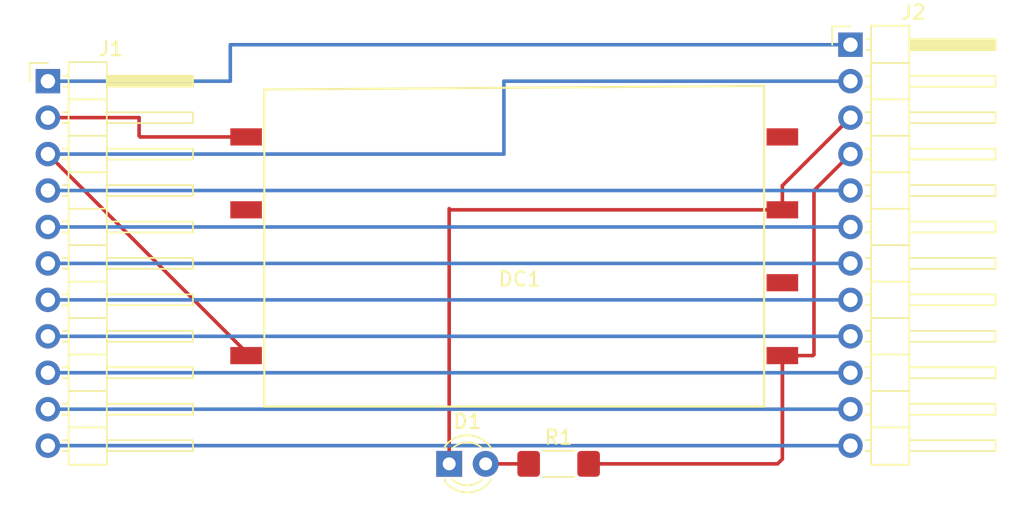
<source format=kicad_pcb>
(kicad_pcb (version 20171130) (host pcbnew "(5.0.2)-1")

  (general
    (thickness 1.6)
    (drawings 0)
    (tracks 35)
    (zones 0)
    (modules 5)
    (nets 18)
  )

  (page A4)
  (layers
    (0 F.Cu signal)
    (31 B.Cu signal)
    (32 B.Adhes user)
    (33 F.Adhes user)
    (34 B.Paste user)
    (35 F.Paste user)
    (36 B.SilkS user)
    (37 F.SilkS user)
    (38 B.Mask user)
    (39 F.Mask user)
    (40 Dwgs.User user)
    (41 Cmts.User user)
    (42 Eco1.User user)
    (43 Eco2.User user)
    (44 Edge.Cuts user)
    (45 Margin user)
    (46 B.CrtYd user)
    (47 F.CrtYd user)
    (48 B.Fab user)
    (49 F.Fab user)
  )

  (setup
    (last_trace_width 0.25)
    (trace_clearance 0.2)
    (zone_clearance 0.508)
    (zone_45_only no)
    (trace_min 0.2)
    (segment_width 0.2)
    (edge_width 0.15)
    (via_size 0.8)
    (via_drill 0.4)
    (via_min_size 0.4)
    (via_min_drill 0.3)
    (uvia_size 0.3)
    (uvia_drill 0.1)
    (uvias_allowed no)
    (uvia_min_size 0.2)
    (uvia_min_drill 0.1)
    (pcb_text_width 0.3)
    (pcb_text_size 1.5 1.5)
    (mod_edge_width 0.15)
    (mod_text_size 1 1)
    (mod_text_width 0.15)
    (pad_size 1.524 1.524)
    (pad_drill 0.762)
    (pad_to_mask_clearance 0.051)
    (solder_mask_min_width 0.25)
    (aux_axis_origin 0 0)
    (visible_elements 7FFFFFFF)
    (pcbplotparams
      (layerselection 0x010fc_ffffffff)
      (usegerberextensions false)
      (usegerberattributes false)
      (usegerberadvancedattributes false)
      (creategerberjobfile false)
      (excludeedgelayer true)
      (linewidth 0.100000)
      (plotframeref false)
      (viasonmask false)
      (mode 1)
      (useauxorigin false)
      (hpglpennumber 1)
      (hpglpenspeed 20)
      (hpglpendiameter 15.000000)
      (psnegative false)
      (psa4output false)
      (plotreference true)
      (plotvalue true)
      (plotinvisibletext false)
      (padsonsilk false)
      (subtractmaskfromsilk false)
      (outputformat 1)
      (mirror false)
      (drillshape 1)
      (scaleselection 1)
      (outputdirectory ""))
  )

  (net 0 "")
  (net 1 "Net-(D1-Pad2)")
  (net 2 "Net-(DC1-Pad1)")
  (net 3 "Net-(DC1-Pad2)")
  (net 4 "Net-(DC1-Pad7)")
  (net 5 "Net-(DC1-Pad4)")
  (net 6 "Net-(DC1-Pad6)")
  (net 7 "Net-(J1-Pad1)")
  (net 8 "Net-(J1-Pad4)")
  (net 9 "Net-(J1-Pad5)")
  (net 10 "Net-(J1-Pad6)")
  (net 11 "Net-(J1-Pad7)")
  (net 12 "Net-(J1-Pad8)")
  (net 13 "Net-(J1-Pad9)")
  (net 14 "Net-(J1-Pad10)")
  (net 15 "Net-(J1-Pad11)")
  (net 16 "Net-(D1-Pad1)")
  (net 17 "Net-(DC1-Pad3)")

  (net_class Default "This is the default net class."
    (clearance 0.2)
    (trace_width 0.25)
    (via_dia 0.8)
    (via_drill 0.4)
    (uvia_dia 0.3)
    (uvia_drill 0.1)
    (add_net "Net-(D1-Pad1)")
    (add_net "Net-(D1-Pad2)")
    (add_net "Net-(DC1-Pad1)")
    (add_net "Net-(DC1-Pad2)")
    (add_net "Net-(DC1-Pad3)")
    (add_net "Net-(DC1-Pad4)")
    (add_net "Net-(DC1-Pad6)")
    (add_net "Net-(DC1-Pad7)")
    (add_net "Net-(J1-Pad1)")
    (add_net "Net-(J1-Pad10)")
    (add_net "Net-(J1-Pad11)")
    (add_net "Net-(J1-Pad4)")
    (add_net "Net-(J1-Pad5)")
    (add_net "Net-(J1-Pad6)")
    (add_net "Net-(J1-Pad7)")
    (add_net "Net-(J1-Pad8)")
    (add_net "Net-(J1-Pad9)")
  )

  (module LED_THT:LED_D3.0mm (layer F.Cu) (tedit 587A3A7B) (tstamp 5C6C90F5)
    (at 129.54 105.41)
    (descr "LED, diameter 3.0mm, 2 pins")
    (tags "LED diameter 3.0mm 2 pins")
    (path /5C59FBDA)
    (fp_text reference D1 (at 1.27 -2.96) (layer F.SilkS)
      (effects (font (size 1 1) (thickness 0.15)))
    )
    (fp_text value LED (at 1.27 2.96) (layer F.Fab)
      (effects (font (size 1 1) (thickness 0.15)))
    )
    (fp_arc (start 1.27 0) (end -0.23 -1.16619) (angle 284.3) (layer F.Fab) (width 0.1))
    (fp_arc (start 1.27 0) (end -0.29 -1.235516) (angle 108.8) (layer F.SilkS) (width 0.12))
    (fp_arc (start 1.27 0) (end -0.29 1.235516) (angle -108.8) (layer F.SilkS) (width 0.12))
    (fp_arc (start 1.27 0) (end 0.229039 -1.08) (angle 87.9) (layer F.SilkS) (width 0.12))
    (fp_arc (start 1.27 0) (end 0.229039 1.08) (angle -87.9) (layer F.SilkS) (width 0.12))
    (fp_circle (center 1.27 0) (end 2.77 0) (layer F.Fab) (width 0.1))
    (fp_line (start -0.23 -1.16619) (end -0.23 1.16619) (layer F.Fab) (width 0.1))
    (fp_line (start -0.29 -1.236) (end -0.29 -1.08) (layer F.SilkS) (width 0.12))
    (fp_line (start -0.29 1.08) (end -0.29 1.236) (layer F.SilkS) (width 0.12))
    (fp_line (start -1.15 -2.25) (end -1.15 2.25) (layer F.CrtYd) (width 0.05))
    (fp_line (start -1.15 2.25) (end 3.7 2.25) (layer F.CrtYd) (width 0.05))
    (fp_line (start 3.7 2.25) (end 3.7 -2.25) (layer F.CrtYd) (width 0.05))
    (fp_line (start 3.7 -2.25) (end -1.15 -2.25) (layer F.CrtYd) (width 0.05))
    (pad 1 thru_hole rect (at 0 0) (size 1.8 1.8) (drill 0.9) (layers *.Cu *.Mask)
      (net 16 "Net-(D1-Pad1)"))
    (pad 2 thru_hole circle (at 2.54 0) (size 1.8 1.8) (drill 0.9) (layers *.Cu *.Mask)
      (net 1 "Net-(D1-Pad2)"))
    (model ${KISYS3DMOD}/LED_THT.3dshapes/LED_D3.0mm.wrl
      (at (xyz 0 0 0))
      (scale (xyz 1 1 1))
      (rotate (xyz 0 0 0))
    )
  )

  (module TR_Library:445-2487-ND (layer F.Cu) (tedit 5C6C9F58) (tstamp 5C6C9108)
    (at 116.416 101.675001)
    (path /5C59FA59)
    (fp_text reference DC1 (at 18.034 -9.144) (layer F.SilkS)
      (effects (font (size 1 1) (thickness 0.15)))
    )
    (fp_text value CC6-1205SR-E (at 18.034 -14.224) (layer F.Fab)
      (effects (font (size 1 1) (thickness 0.15)))
    )
    (fp_line (start 0.254 -22.352) (end 35.052 -22.606) (layer F.SilkS) (width 0.15))
    (fp_line (start 35.052 -22.606) (end 35.052 -0.254) (layer F.SilkS) (width 0.15))
    (fp_line (start 35.052 -0.254) (end 0.254 -0.254) (layer F.SilkS) (width 0.15))
    (fp_line (start 0.254 -0.254) (end 0.254 -22.352) (layer F.SilkS) (width 0.15))
    (fp_line (start 0 0) (end 0 -22.606) (layer F.CrtYd) (width 0.15))
    (fp_line (start 0 -22.606) (end 35.306 -22.86) (layer F.CrtYd) (width 0.15))
    (fp_line (start 35.306 -22.86) (end 35.306 0) (layer F.CrtYd) (width 0.15))
    (fp_line (start 35.306 0) (end 0 0) (layer F.CrtYd) (width 0.15))
    (pad 1 smd rect (at -1.016 -3.81) (size 2.2 1.2) (layers F.Cu F.Paste F.Mask)
      (net 2 "Net-(DC1-Pad1)"))
    (pad 2 smd rect (at -1.016 -13.97) (size 2.2 1.2) (layers F.Cu F.Paste F.Mask)
      (net 3 "Net-(DC1-Pad2)"))
    (pad 3 smd rect (at -1.016 -19.05) (size 2.2 1.2) (layers F.Cu F.Paste F.Mask)
      (net 17 "Net-(DC1-Pad3)"))
    (pad 7 smd rect (at 36.322 -3.81) (size 2.2 1.2) (layers F.Cu F.Paste F.Mask)
      (net 4 "Net-(DC1-Pad7)"))
    (pad 4 smd rect (at 36.322 -19.05) (size 2.2 1.2) (layers F.Cu F.Paste F.Mask)
      (net 5 "Net-(DC1-Pad4)"))
    (pad 5 smd rect (at 36.322 -13.97) (size 2.2 1.2) (layers F.Cu F.Paste F.Mask)
      (net 16 "Net-(D1-Pad1)"))
    (pad 6 smd rect (at 36.322 -8.89) (size 2.2 1.2) (layers F.Cu F.Paste F.Mask)
      (net 6 "Net-(DC1-Pad6)"))
  )

  (module Connector_PinHeader_2.54mm:PinHeader_1x11_P2.54mm_Horizontal (layer F.Cu) (tedit 59FED5CB) (tstamp 5C6C91B0)
    (at 101.6 78.74)
    (descr "Through hole angled pin header, 1x11, 2.54mm pitch, 6mm pin length, single row")
    (tags "Through hole angled pin header THT 1x11 2.54mm single row")
    (path /5C5A93DF)
    (fp_text reference J1 (at 4.385 -2.27) (layer F.SilkS)
      (effects (font (size 1 1) (thickness 0.15)))
    )
    (fp_text value Conn_01x11_Female (at 4.385 27.67) (layer F.Fab)
      (effects (font (size 1 1) (thickness 0.15)))
    )
    (fp_line (start 2.135 -1.27) (end 4.04 -1.27) (layer F.Fab) (width 0.1))
    (fp_line (start 4.04 -1.27) (end 4.04 26.67) (layer F.Fab) (width 0.1))
    (fp_line (start 4.04 26.67) (end 1.5 26.67) (layer F.Fab) (width 0.1))
    (fp_line (start 1.5 26.67) (end 1.5 -0.635) (layer F.Fab) (width 0.1))
    (fp_line (start 1.5 -0.635) (end 2.135 -1.27) (layer F.Fab) (width 0.1))
    (fp_line (start -0.32 -0.32) (end 1.5 -0.32) (layer F.Fab) (width 0.1))
    (fp_line (start -0.32 -0.32) (end -0.32 0.32) (layer F.Fab) (width 0.1))
    (fp_line (start -0.32 0.32) (end 1.5 0.32) (layer F.Fab) (width 0.1))
    (fp_line (start 4.04 -0.32) (end 10.04 -0.32) (layer F.Fab) (width 0.1))
    (fp_line (start 10.04 -0.32) (end 10.04 0.32) (layer F.Fab) (width 0.1))
    (fp_line (start 4.04 0.32) (end 10.04 0.32) (layer F.Fab) (width 0.1))
    (fp_line (start -0.32 2.22) (end 1.5 2.22) (layer F.Fab) (width 0.1))
    (fp_line (start -0.32 2.22) (end -0.32 2.86) (layer F.Fab) (width 0.1))
    (fp_line (start -0.32 2.86) (end 1.5 2.86) (layer F.Fab) (width 0.1))
    (fp_line (start 4.04 2.22) (end 10.04 2.22) (layer F.Fab) (width 0.1))
    (fp_line (start 10.04 2.22) (end 10.04 2.86) (layer F.Fab) (width 0.1))
    (fp_line (start 4.04 2.86) (end 10.04 2.86) (layer F.Fab) (width 0.1))
    (fp_line (start -0.32 4.76) (end 1.5 4.76) (layer F.Fab) (width 0.1))
    (fp_line (start -0.32 4.76) (end -0.32 5.4) (layer F.Fab) (width 0.1))
    (fp_line (start -0.32 5.4) (end 1.5 5.4) (layer F.Fab) (width 0.1))
    (fp_line (start 4.04 4.76) (end 10.04 4.76) (layer F.Fab) (width 0.1))
    (fp_line (start 10.04 4.76) (end 10.04 5.4) (layer F.Fab) (width 0.1))
    (fp_line (start 4.04 5.4) (end 10.04 5.4) (layer F.Fab) (width 0.1))
    (fp_line (start -0.32 7.3) (end 1.5 7.3) (layer F.Fab) (width 0.1))
    (fp_line (start -0.32 7.3) (end -0.32 7.94) (layer F.Fab) (width 0.1))
    (fp_line (start -0.32 7.94) (end 1.5 7.94) (layer F.Fab) (width 0.1))
    (fp_line (start 4.04 7.3) (end 10.04 7.3) (layer F.Fab) (width 0.1))
    (fp_line (start 10.04 7.3) (end 10.04 7.94) (layer F.Fab) (width 0.1))
    (fp_line (start 4.04 7.94) (end 10.04 7.94) (layer F.Fab) (width 0.1))
    (fp_line (start -0.32 9.84) (end 1.5 9.84) (layer F.Fab) (width 0.1))
    (fp_line (start -0.32 9.84) (end -0.32 10.48) (layer F.Fab) (width 0.1))
    (fp_line (start -0.32 10.48) (end 1.5 10.48) (layer F.Fab) (width 0.1))
    (fp_line (start 4.04 9.84) (end 10.04 9.84) (layer F.Fab) (width 0.1))
    (fp_line (start 10.04 9.84) (end 10.04 10.48) (layer F.Fab) (width 0.1))
    (fp_line (start 4.04 10.48) (end 10.04 10.48) (layer F.Fab) (width 0.1))
    (fp_line (start -0.32 12.38) (end 1.5 12.38) (layer F.Fab) (width 0.1))
    (fp_line (start -0.32 12.38) (end -0.32 13.02) (layer F.Fab) (width 0.1))
    (fp_line (start -0.32 13.02) (end 1.5 13.02) (layer F.Fab) (width 0.1))
    (fp_line (start 4.04 12.38) (end 10.04 12.38) (layer F.Fab) (width 0.1))
    (fp_line (start 10.04 12.38) (end 10.04 13.02) (layer F.Fab) (width 0.1))
    (fp_line (start 4.04 13.02) (end 10.04 13.02) (layer F.Fab) (width 0.1))
    (fp_line (start -0.32 14.92) (end 1.5 14.92) (layer F.Fab) (width 0.1))
    (fp_line (start -0.32 14.92) (end -0.32 15.56) (layer F.Fab) (width 0.1))
    (fp_line (start -0.32 15.56) (end 1.5 15.56) (layer F.Fab) (width 0.1))
    (fp_line (start 4.04 14.92) (end 10.04 14.92) (layer F.Fab) (width 0.1))
    (fp_line (start 10.04 14.92) (end 10.04 15.56) (layer F.Fab) (width 0.1))
    (fp_line (start 4.04 15.56) (end 10.04 15.56) (layer F.Fab) (width 0.1))
    (fp_line (start -0.32 17.46) (end 1.5 17.46) (layer F.Fab) (width 0.1))
    (fp_line (start -0.32 17.46) (end -0.32 18.1) (layer F.Fab) (width 0.1))
    (fp_line (start -0.32 18.1) (end 1.5 18.1) (layer F.Fab) (width 0.1))
    (fp_line (start 4.04 17.46) (end 10.04 17.46) (layer F.Fab) (width 0.1))
    (fp_line (start 10.04 17.46) (end 10.04 18.1) (layer F.Fab) (width 0.1))
    (fp_line (start 4.04 18.1) (end 10.04 18.1) (layer F.Fab) (width 0.1))
    (fp_line (start -0.32 20) (end 1.5 20) (layer F.Fab) (width 0.1))
    (fp_line (start -0.32 20) (end -0.32 20.64) (layer F.Fab) (width 0.1))
    (fp_line (start -0.32 20.64) (end 1.5 20.64) (layer F.Fab) (width 0.1))
    (fp_line (start 4.04 20) (end 10.04 20) (layer F.Fab) (width 0.1))
    (fp_line (start 10.04 20) (end 10.04 20.64) (layer F.Fab) (width 0.1))
    (fp_line (start 4.04 20.64) (end 10.04 20.64) (layer F.Fab) (width 0.1))
    (fp_line (start -0.32 22.54) (end 1.5 22.54) (layer F.Fab) (width 0.1))
    (fp_line (start -0.32 22.54) (end -0.32 23.18) (layer F.Fab) (width 0.1))
    (fp_line (start -0.32 23.18) (end 1.5 23.18) (layer F.Fab) (width 0.1))
    (fp_line (start 4.04 22.54) (end 10.04 22.54) (layer F.Fab) (width 0.1))
    (fp_line (start 10.04 22.54) (end 10.04 23.18) (layer F.Fab) (width 0.1))
    (fp_line (start 4.04 23.18) (end 10.04 23.18) (layer F.Fab) (width 0.1))
    (fp_line (start -0.32 25.08) (end 1.5 25.08) (layer F.Fab) (width 0.1))
    (fp_line (start -0.32 25.08) (end -0.32 25.72) (layer F.Fab) (width 0.1))
    (fp_line (start -0.32 25.72) (end 1.5 25.72) (layer F.Fab) (width 0.1))
    (fp_line (start 4.04 25.08) (end 10.04 25.08) (layer F.Fab) (width 0.1))
    (fp_line (start 10.04 25.08) (end 10.04 25.72) (layer F.Fab) (width 0.1))
    (fp_line (start 4.04 25.72) (end 10.04 25.72) (layer F.Fab) (width 0.1))
    (fp_line (start 1.44 -1.33) (end 1.44 26.73) (layer F.SilkS) (width 0.12))
    (fp_line (start 1.44 26.73) (end 4.1 26.73) (layer F.SilkS) (width 0.12))
    (fp_line (start 4.1 26.73) (end 4.1 -1.33) (layer F.SilkS) (width 0.12))
    (fp_line (start 4.1 -1.33) (end 1.44 -1.33) (layer F.SilkS) (width 0.12))
    (fp_line (start 4.1 -0.38) (end 10.1 -0.38) (layer F.SilkS) (width 0.12))
    (fp_line (start 10.1 -0.38) (end 10.1 0.38) (layer F.SilkS) (width 0.12))
    (fp_line (start 10.1 0.38) (end 4.1 0.38) (layer F.SilkS) (width 0.12))
    (fp_line (start 4.1 -0.32) (end 10.1 -0.32) (layer F.SilkS) (width 0.12))
    (fp_line (start 4.1 -0.2) (end 10.1 -0.2) (layer F.SilkS) (width 0.12))
    (fp_line (start 4.1 -0.08) (end 10.1 -0.08) (layer F.SilkS) (width 0.12))
    (fp_line (start 4.1 0.04) (end 10.1 0.04) (layer F.SilkS) (width 0.12))
    (fp_line (start 4.1 0.16) (end 10.1 0.16) (layer F.SilkS) (width 0.12))
    (fp_line (start 4.1 0.28) (end 10.1 0.28) (layer F.SilkS) (width 0.12))
    (fp_line (start 1.11 -0.38) (end 1.44 -0.38) (layer F.SilkS) (width 0.12))
    (fp_line (start 1.11 0.38) (end 1.44 0.38) (layer F.SilkS) (width 0.12))
    (fp_line (start 1.44 1.27) (end 4.1 1.27) (layer F.SilkS) (width 0.12))
    (fp_line (start 4.1 2.16) (end 10.1 2.16) (layer F.SilkS) (width 0.12))
    (fp_line (start 10.1 2.16) (end 10.1 2.92) (layer F.SilkS) (width 0.12))
    (fp_line (start 10.1 2.92) (end 4.1 2.92) (layer F.SilkS) (width 0.12))
    (fp_line (start 1.042929 2.16) (end 1.44 2.16) (layer F.SilkS) (width 0.12))
    (fp_line (start 1.042929 2.92) (end 1.44 2.92) (layer F.SilkS) (width 0.12))
    (fp_line (start 1.44 3.81) (end 4.1 3.81) (layer F.SilkS) (width 0.12))
    (fp_line (start 4.1 4.7) (end 10.1 4.7) (layer F.SilkS) (width 0.12))
    (fp_line (start 10.1 4.7) (end 10.1 5.46) (layer F.SilkS) (width 0.12))
    (fp_line (start 10.1 5.46) (end 4.1 5.46) (layer F.SilkS) (width 0.12))
    (fp_line (start 1.042929 4.7) (end 1.44 4.7) (layer F.SilkS) (width 0.12))
    (fp_line (start 1.042929 5.46) (end 1.44 5.46) (layer F.SilkS) (width 0.12))
    (fp_line (start 1.44 6.35) (end 4.1 6.35) (layer F.SilkS) (width 0.12))
    (fp_line (start 4.1 7.24) (end 10.1 7.24) (layer F.SilkS) (width 0.12))
    (fp_line (start 10.1 7.24) (end 10.1 8) (layer F.SilkS) (width 0.12))
    (fp_line (start 10.1 8) (end 4.1 8) (layer F.SilkS) (width 0.12))
    (fp_line (start 1.042929 7.24) (end 1.44 7.24) (layer F.SilkS) (width 0.12))
    (fp_line (start 1.042929 8) (end 1.44 8) (layer F.SilkS) (width 0.12))
    (fp_line (start 1.44 8.89) (end 4.1 8.89) (layer F.SilkS) (width 0.12))
    (fp_line (start 4.1 9.78) (end 10.1 9.78) (layer F.SilkS) (width 0.12))
    (fp_line (start 10.1 9.78) (end 10.1 10.54) (layer F.SilkS) (width 0.12))
    (fp_line (start 10.1 10.54) (end 4.1 10.54) (layer F.SilkS) (width 0.12))
    (fp_line (start 1.042929 9.78) (end 1.44 9.78) (layer F.SilkS) (width 0.12))
    (fp_line (start 1.042929 10.54) (end 1.44 10.54) (layer F.SilkS) (width 0.12))
    (fp_line (start 1.44 11.43) (end 4.1 11.43) (layer F.SilkS) (width 0.12))
    (fp_line (start 4.1 12.32) (end 10.1 12.32) (layer F.SilkS) (width 0.12))
    (fp_line (start 10.1 12.32) (end 10.1 13.08) (layer F.SilkS) (width 0.12))
    (fp_line (start 10.1 13.08) (end 4.1 13.08) (layer F.SilkS) (width 0.12))
    (fp_line (start 1.042929 12.32) (end 1.44 12.32) (layer F.SilkS) (width 0.12))
    (fp_line (start 1.042929 13.08) (end 1.44 13.08) (layer F.SilkS) (width 0.12))
    (fp_line (start 1.44 13.97) (end 4.1 13.97) (layer F.SilkS) (width 0.12))
    (fp_line (start 4.1 14.86) (end 10.1 14.86) (layer F.SilkS) (width 0.12))
    (fp_line (start 10.1 14.86) (end 10.1 15.62) (layer F.SilkS) (width 0.12))
    (fp_line (start 10.1 15.62) (end 4.1 15.62) (layer F.SilkS) (width 0.12))
    (fp_line (start 1.042929 14.86) (end 1.44 14.86) (layer F.SilkS) (width 0.12))
    (fp_line (start 1.042929 15.62) (end 1.44 15.62) (layer F.SilkS) (width 0.12))
    (fp_line (start 1.44 16.51) (end 4.1 16.51) (layer F.SilkS) (width 0.12))
    (fp_line (start 4.1 17.4) (end 10.1 17.4) (layer F.SilkS) (width 0.12))
    (fp_line (start 10.1 17.4) (end 10.1 18.16) (layer F.SilkS) (width 0.12))
    (fp_line (start 10.1 18.16) (end 4.1 18.16) (layer F.SilkS) (width 0.12))
    (fp_line (start 1.042929 17.4) (end 1.44 17.4) (layer F.SilkS) (width 0.12))
    (fp_line (start 1.042929 18.16) (end 1.44 18.16) (layer F.SilkS) (width 0.12))
    (fp_line (start 1.44 19.05) (end 4.1 19.05) (layer F.SilkS) (width 0.12))
    (fp_line (start 4.1 19.94) (end 10.1 19.94) (layer F.SilkS) (width 0.12))
    (fp_line (start 10.1 19.94) (end 10.1 20.7) (layer F.SilkS) (width 0.12))
    (fp_line (start 10.1 20.7) (end 4.1 20.7) (layer F.SilkS) (width 0.12))
    (fp_line (start 1.042929 19.94) (end 1.44 19.94) (layer F.SilkS) (width 0.12))
    (fp_line (start 1.042929 20.7) (end 1.44 20.7) (layer F.SilkS) (width 0.12))
    (fp_line (start 1.44 21.59) (end 4.1 21.59) (layer F.SilkS) (width 0.12))
    (fp_line (start 4.1 22.48) (end 10.1 22.48) (layer F.SilkS) (width 0.12))
    (fp_line (start 10.1 22.48) (end 10.1 23.24) (layer F.SilkS) (width 0.12))
    (fp_line (start 10.1 23.24) (end 4.1 23.24) (layer F.SilkS) (width 0.12))
    (fp_line (start 1.042929 22.48) (end 1.44 22.48) (layer F.SilkS) (width 0.12))
    (fp_line (start 1.042929 23.24) (end 1.44 23.24) (layer F.SilkS) (width 0.12))
    (fp_line (start 1.44 24.13) (end 4.1 24.13) (layer F.SilkS) (width 0.12))
    (fp_line (start 4.1 25.02) (end 10.1 25.02) (layer F.SilkS) (width 0.12))
    (fp_line (start 10.1 25.02) (end 10.1 25.78) (layer F.SilkS) (width 0.12))
    (fp_line (start 10.1 25.78) (end 4.1 25.78) (layer F.SilkS) (width 0.12))
    (fp_line (start 1.042929 25.02) (end 1.44 25.02) (layer F.SilkS) (width 0.12))
    (fp_line (start 1.042929 25.78) (end 1.44 25.78) (layer F.SilkS) (width 0.12))
    (fp_line (start -1.27 0) (end -1.27 -1.27) (layer F.SilkS) (width 0.12))
    (fp_line (start -1.27 -1.27) (end 0 -1.27) (layer F.SilkS) (width 0.12))
    (fp_line (start -1.8 -1.8) (end -1.8 27.2) (layer F.CrtYd) (width 0.05))
    (fp_line (start -1.8 27.2) (end 10.55 27.2) (layer F.CrtYd) (width 0.05))
    (fp_line (start 10.55 27.2) (end 10.55 -1.8) (layer F.CrtYd) (width 0.05))
    (fp_line (start 10.55 -1.8) (end -1.8 -1.8) (layer F.CrtYd) (width 0.05))
    (fp_text user %R (at 2.77 12.7 90) (layer F.Fab)
      (effects (font (size 1 1) (thickness 0.15)))
    )
    (pad 1 thru_hole rect (at 0 0) (size 1.7 1.7) (drill 1) (layers *.Cu *.Mask)
      (net 7 "Net-(J1-Pad1)"))
    (pad 2 thru_hole oval (at 0 2.54) (size 1.7 1.7) (drill 1) (layers *.Cu *.Mask)
      (net 17 "Net-(DC1-Pad3)"))
    (pad 3 thru_hole oval (at 0 5.08) (size 1.7 1.7) (drill 1) (layers *.Cu *.Mask)
      (net 2 "Net-(DC1-Pad1)"))
    (pad 4 thru_hole oval (at 0 7.62) (size 1.7 1.7) (drill 1) (layers *.Cu *.Mask)
      (net 8 "Net-(J1-Pad4)"))
    (pad 5 thru_hole oval (at 0 10.16) (size 1.7 1.7) (drill 1) (layers *.Cu *.Mask)
      (net 9 "Net-(J1-Pad5)"))
    (pad 6 thru_hole oval (at 0 12.7) (size 1.7 1.7) (drill 1) (layers *.Cu *.Mask)
      (net 10 "Net-(J1-Pad6)"))
    (pad 7 thru_hole oval (at 0 15.24) (size 1.7 1.7) (drill 1) (layers *.Cu *.Mask)
      (net 11 "Net-(J1-Pad7)"))
    (pad 8 thru_hole oval (at 0 17.78) (size 1.7 1.7) (drill 1) (layers *.Cu *.Mask)
      (net 12 "Net-(J1-Pad8)"))
    (pad 9 thru_hole oval (at 0 20.32) (size 1.7 1.7) (drill 1) (layers *.Cu *.Mask)
      (net 13 "Net-(J1-Pad9)"))
    (pad 10 thru_hole oval (at 0 22.86) (size 1.7 1.7) (drill 1) (layers *.Cu *.Mask)
      (net 14 "Net-(J1-Pad10)"))
    (pad 11 thru_hole oval (at 0 25.4) (size 1.7 1.7) (drill 1) (layers *.Cu *.Mask)
      (net 15 "Net-(J1-Pad11)"))
    (model ${KISYS3DMOD}/Connector_PinHeader_2.54mm.3dshapes/PinHeader_1x11_P2.54mm_Horizontal.wrl
      (at (xyz 0 0 0))
      (scale (xyz 1 1 1))
      (rotate (xyz 0 0 0))
    )
  )

  (module Connector_PinHeader_2.54mm:PinHeader_1x12_P2.54mm_Horizontal (layer F.Cu) (tedit 59FED5CB) (tstamp 5C6C9265)
    (at 157.48 76.2)
    (descr "Through hole angled pin header, 1x12, 2.54mm pitch, 6mm pin length, single row")
    (tags "Through hole angled pin header THT 1x12 2.54mm single row")
    (path /5C5A2B2E)
    (fp_text reference J2 (at 4.385 -2.27) (layer F.SilkS)
      (effects (font (size 1 1) (thickness 0.15)))
    )
    (fp_text value Conn_01x12_Female (at 4.385 30.21) (layer F.Fab)
      (effects (font (size 1 1) (thickness 0.15)))
    )
    (fp_line (start 2.135 -1.27) (end 4.04 -1.27) (layer F.Fab) (width 0.1))
    (fp_line (start 4.04 -1.27) (end 4.04 29.21) (layer F.Fab) (width 0.1))
    (fp_line (start 4.04 29.21) (end 1.5 29.21) (layer F.Fab) (width 0.1))
    (fp_line (start 1.5 29.21) (end 1.5 -0.635) (layer F.Fab) (width 0.1))
    (fp_line (start 1.5 -0.635) (end 2.135 -1.27) (layer F.Fab) (width 0.1))
    (fp_line (start -0.32 -0.32) (end 1.5 -0.32) (layer F.Fab) (width 0.1))
    (fp_line (start -0.32 -0.32) (end -0.32 0.32) (layer F.Fab) (width 0.1))
    (fp_line (start -0.32 0.32) (end 1.5 0.32) (layer F.Fab) (width 0.1))
    (fp_line (start 4.04 -0.32) (end 10.04 -0.32) (layer F.Fab) (width 0.1))
    (fp_line (start 10.04 -0.32) (end 10.04 0.32) (layer F.Fab) (width 0.1))
    (fp_line (start 4.04 0.32) (end 10.04 0.32) (layer F.Fab) (width 0.1))
    (fp_line (start -0.32 2.22) (end 1.5 2.22) (layer F.Fab) (width 0.1))
    (fp_line (start -0.32 2.22) (end -0.32 2.86) (layer F.Fab) (width 0.1))
    (fp_line (start -0.32 2.86) (end 1.5 2.86) (layer F.Fab) (width 0.1))
    (fp_line (start 4.04 2.22) (end 10.04 2.22) (layer F.Fab) (width 0.1))
    (fp_line (start 10.04 2.22) (end 10.04 2.86) (layer F.Fab) (width 0.1))
    (fp_line (start 4.04 2.86) (end 10.04 2.86) (layer F.Fab) (width 0.1))
    (fp_line (start -0.32 4.76) (end 1.5 4.76) (layer F.Fab) (width 0.1))
    (fp_line (start -0.32 4.76) (end -0.32 5.4) (layer F.Fab) (width 0.1))
    (fp_line (start -0.32 5.4) (end 1.5 5.4) (layer F.Fab) (width 0.1))
    (fp_line (start 4.04 4.76) (end 10.04 4.76) (layer F.Fab) (width 0.1))
    (fp_line (start 10.04 4.76) (end 10.04 5.4) (layer F.Fab) (width 0.1))
    (fp_line (start 4.04 5.4) (end 10.04 5.4) (layer F.Fab) (width 0.1))
    (fp_line (start -0.32 7.3) (end 1.5 7.3) (layer F.Fab) (width 0.1))
    (fp_line (start -0.32 7.3) (end -0.32 7.94) (layer F.Fab) (width 0.1))
    (fp_line (start -0.32 7.94) (end 1.5 7.94) (layer F.Fab) (width 0.1))
    (fp_line (start 4.04 7.3) (end 10.04 7.3) (layer F.Fab) (width 0.1))
    (fp_line (start 10.04 7.3) (end 10.04 7.94) (layer F.Fab) (width 0.1))
    (fp_line (start 4.04 7.94) (end 10.04 7.94) (layer F.Fab) (width 0.1))
    (fp_line (start -0.32 9.84) (end 1.5 9.84) (layer F.Fab) (width 0.1))
    (fp_line (start -0.32 9.84) (end -0.32 10.48) (layer F.Fab) (width 0.1))
    (fp_line (start -0.32 10.48) (end 1.5 10.48) (layer F.Fab) (width 0.1))
    (fp_line (start 4.04 9.84) (end 10.04 9.84) (layer F.Fab) (width 0.1))
    (fp_line (start 10.04 9.84) (end 10.04 10.48) (layer F.Fab) (width 0.1))
    (fp_line (start 4.04 10.48) (end 10.04 10.48) (layer F.Fab) (width 0.1))
    (fp_line (start -0.32 12.38) (end 1.5 12.38) (layer F.Fab) (width 0.1))
    (fp_line (start -0.32 12.38) (end -0.32 13.02) (layer F.Fab) (width 0.1))
    (fp_line (start -0.32 13.02) (end 1.5 13.02) (layer F.Fab) (width 0.1))
    (fp_line (start 4.04 12.38) (end 10.04 12.38) (layer F.Fab) (width 0.1))
    (fp_line (start 10.04 12.38) (end 10.04 13.02) (layer F.Fab) (width 0.1))
    (fp_line (start 4.04 13.02) (end 10.04 13.02) (layer F.Fab) (width 0.1))
    (fp_line (start -0.32 14.92) (end 1.5 14.92) (layer F.Fab) (width 0.1))
    (fp_line (start -0.32 14.92) (end -0.32 15.56) (layer F.Fab) (width 0.1))
    (fp_line (start -0.32 15.56) (end 1.5 15.56) (layer F.Fab) (width 0.1))
    (fp_line (start 4.04 14.92) (end 10.04 14.92) (layer F.Fab) (width 0.1))
    (fp_line (start 10.04 14.92) (end 10.04 15.56) (layer F.Fab) (width 0.1))
    (fp_line (start 4.04 15.56) (end 10.04 15.56) (layer F.Fab) (width 0.1))
    (fp_line (start -0.32 17.46) (end 1.5 17.46) (layer F.Fab) (width 0.1))
    (fp_line (start -0.32 17.46) (end -0.32 18.1) (layer F.Fab) (width 0.1))
    (fp_line (start -0.32 18.1) (end 1.5 18.1) (layer F.Fab) (width 0.1))
    (fp_line (start 4.04 17.46) (end 10.04 17.46) (layer F.Fab) (width 0.1))
    (fp_line (start 10.04 17.46) (end 10.04 18.1) (layer F.Fab) (width 0.1))
    (fp_line (start 4.04 18.1) (end 10.04 18.1) (layer F.Fab) (width 0.1))
    (fp_line (start -0.32 20) (end 1.5 20) (layer F.Fab) (width 0.1))
    (fp_line (start -0.32 20) (end -0.32 20.64) (layer F.Fab) (width 0.1))
    (fp_line (start -0.32 20.64) (end 1.5 20.64) (layer F.Fab) (width 0.1))
    (fp_line (start 4.04 20) (end 10.04 20) (layer F.Fab) (width 0.1))
    (fp_line (start 10.04 20) (end 10.04 20.64) (layer F.Fab) (width 0.1))
    (fp_line (start 4.04 20.64) (end 10.04 20.64) (layer F.Fab) (width 0.1))
    (fp_line (start -0.32 22.54) (end 1.5 22.54) (layer F.Fab) (width 0.1))
    (fp_line (start -0.32 22.54) (end -0.32 23.18) (layer F.Fab) (width 0.1))
    (fp_line (start -0.32 23.18) (end 1.5 23.18) (layer F.Fab) (width 0.1))
    (fp_line (start 4.04 22.54) (end 10.04 22.54) (layer F.Fab) (width 0.1))
    (fp_line (start 10.04 22.54) (end 10.04 23.18) (layer F.Fab) (width 0.1))
    (fp_line (start 4.04 23.18) (end 10.04 23.18) (layer F.Fab) (width 0.1))
    (fp_line (start -0.32 25.08) (end 1.5 25.08) (layer F.Fab) (width 0.1))
    (fp_line (start -0.32 25.08) (end -0.32 25.72) (layer F.Fab) (width 0.1))
    (fp_line (start -0.32 25.72) (end 1.5 25.72) (layer F.Fab) (width 0.1))
    (fp_line (start 4.04 25.08) (end 10.04 25.08) (layer F.Fab) (width 0.1))
    (fp_line (start 10.04 25.08) (end 10.04 25.72) (layer F.Fab) (width 0.1))
    (fp_line (start 4.04 25.72) (end 10.04 25.72) (layer F.Fab) (width 0.1))
    (fp_line (start -0.32 27.62) (end 1.5 27.62) (layer F.Fab) (width 0.1))
    (fp_line (start -0.32 27.62) (end -0.32 28.26) (layer F.Fab) (width 0.1))
    (fp_line (start -0.32 28.26) (end 1.5 28.26) (layer F.Fab) (width 0.1))
    (fp_line (start 4.04 27.62) (end 10.04 27.62) (layer F.Fab) (width 0.1))
    (fp_line (start 10.04 27.62) (end 10.04 28.26) (layer F.Fab) (width 0.1))
    (fp_line (start 4.04 28.26) (end 10.04 28.26) (layer F.Fab) (width 0.1))
    (fp_line (start 1.44 -1.33) (end 1.44 29.27) (layer F.SilkS) (width 0.12))
    (fp_line (start 1.44 29.27) (end 4.1 29.27) (layer F.SilkS) (width 0.12))
    (fp_line (start 4.1 29.27) (end 4.1 -1.33) (layer F.SilkS) (width 0.12))
    (fp_line (start 4.1 -1.33) (end 1.44 -1.33) (layer F.SilkS) (width 0.12))
    (fp_line (start 4.1 -0.38) (end 10.1 -0.38) (layer F.SilkS) (width 0.12))
    (fp_line (start 10.1 -0.38) (end 10.1 0.38) (layer F.SilkS) (width 0.12))
    (fp_line (start 10.1 0.38) (end 4.1 0.38) (layer F.SilkS) (width 0.12))
    (fp_line (start 4.1 -0.32) (end 10.1 -0.32) (layer F.SilkS) (width 0.12))
    (fp_line (start 4.1 -0.2) (end 10.1 -0.2) (layer F.SilkS) (width 0.12))
    (fp_line (start 4.1 -0.08) (end 10.1 -0.08) (layer F.SilkS) (width 0.12))
    (fp_line (start 4.1 0.04) (end 10.1 0.04) (layer F.SilkS) (width 0.12))
    (fp_line (start 4.1 0.16) (end 10.1 0.16) (layer F.SilkS) (width 0.12))
    (fp_line (start 4.1 0.28) (end 10.1 0.28) (layer F.SilkS) (width 0.12))
    (fp_line (start 1.11 -0.38) (end 1.44 -0.38) (layer F.SilkS) (width 0.12))
    (fp_line (start 1.11 0.38) (end 1.44 0.38) (layer F.SilkS) (width 0.12))
    (fp_line (start 1.44 1.27) (end 4.1 1.27) (layer F.SilkS) (width 0.12))
    (fp_line (start 4.1 2.16) (end 10.1 2.16) (layer F.SilkS) (width 0.12))
    (fp_line (start 10.1 2.16) (end 10.1 2.92) (layer F.SilkS) (width 0.12))
    (fp_line (start 10.1 2.92) (end 4.1 2.92) (layer F.SilkS) (width 0.12))
    (fp_line (start 1.042929 2.16) (end 1.44 2.16) (layer F.SilkS) (width 0.12))
    (fp_line (start 1.042929 2.92) (end 1.44 2.92) (layer F.SilkS) (width 0.12))
    (fp_line (start 1.44 3.81) (end 4.1 3.81) (layer F.SilkS) (width 0.12))
    (fp_line (start 4.1 4.7) (end 10.1 4.7) (layer F.SilkS) (width 0.12))
    (fp_line (start 10.1 4.7) (end 10.1 5.46) (layer F.SilkS) (width 0.12))
    (fp_line (start 10.1 5.46) (end 4.1 5.46) (layer F.SilkS) (width 0.12))
    (fp_line (start 1.042929 4.7) (end 1.44 4.7) (layer F.SilkS) (width 0.12))
    (fp_line (start 1.042929 5.46) (end 1.44 5.46) (layer F.SilkS) (width 0.12))
    (fp_line (start 1.44 6.35) (end 4.1 6.35) (layer F.SilkS) (width 0.12))
    (fp_line (start 4.1 7.24) (end 10.1 7.24) (layer F.SilkS) (width 0.12))
    (fp_line (start 10.1 7.24) (end 10.1 8) (layer F.SilkS) (width 0.12))
    (fp_line (start 10.1 8) (end 4.1 8) (layer F.SilkS) (width 0.12))
    (fp_line (start 1.042929 7.24) (end 1.44 7.24) (layer F.SilkS) (width 0.12))
    (fp_line (start 1.042929 8) (end 1.44 8) (layer F.SilkS) (width 0.12))
    (fp_line (start 1.44 8.89) (end 4.1 8.89) (layer F.SilkS) (width 0.12))
    (fp_line (start 4.1 9.78) (end 10.1 9.78) (layer F.SilkS) (width 0.12))
    (fp_line (start 10.1 9.78) (end 10.1 10.54) (layer F.SilkS) (width 0.12))
    (fp_line (start 10.1 10.54) (end 4.1 10.54) (layer F.SilkS) (width 0.12))
    (fp_line (start 1.042929 9.78) (end 1.44 9.78) (layer F.SilkS) (width 0.12))
    (fp_line (start 1.042929 10.54) (end 1.44 10.54) (layer F.SilkS) (width 0.12))
    (fp_line (start 1.44 11.43) (end 4.1 11.43) (layer F.SilkS) (width 0.12))
    (fp_line (start 4.1 12.32) (end 10.1 12.32) (layer F.SilkS) (width 0.12))
    (fp_line (start 10.1 12.32) (end 10.1 13.08) (layer F.SilkS) (width 0.12))
    (fp_line (start 10.1 13.08) (end 4.1 13.08) (layer F.SilkS) (width 0.12))
    (fp_line (start 1.042929 12.32) (end 1.44 12.32) (layer F.SilkS) (width 0.12))
    (fp_line (start 1.042929 13.08) (end 1.44 13.08) (layer F.SilkS) (width 0.12))
    (fp_line (start 1.44 13.97) (end 4.1 13.97) (layer F.SilkS) (width 0.12))
    (fp_line (start 4.1 14.86) (end 10.1 14.86) (layer F.SilkS) (width 0.12))
    (fp_line (start 10.1 14.86) (end 10.1 15.62) (layer F.SilkS) (width 0.12))
    (fp_line (start 10.1 15.62) (end 4.1 15.62) (layer F.SilkS) (width 0.12))
    (fp_line (start 1.042929 14.86) (end 1.44 14.86) (layer F.SilkS) (width 0.12))
    (fp_line (start 1.042929 15.62) (end 1.44 15.62) (layer F.SilkS) (width 0.12))
    (fp_line (start 1.44 16.51) (end 4.1 16.51) (layer F.SilkS) (width 0.12))
    (fp_line (start 4.1 17.4) (end 10.1 17.4) (layer F.SilkS) (width 0.12))
    (fp_line (start 10.1 17.4) (end 10.1 18.16) (layer F.SilkS) (width 0.12))
    (fp_line (start 10.1 18.16) (end 4.1 18.16) (layer F.SilkS) (width 0.12))
    (fp_line (start 1.042929 17.4) (end 1.44 17.4) (layer F.SilkS) (width 0.12))
    (fp_line (start 1.042929 18.16) (end 1.44 18.16) (layer F.SilkS) (width 0.12))
    (fp_line (start 1.44 19.05) (end 4.1 19.05) (layer F.SilkS) (width 0.12))
    (fp_line (start 4.1 19.94) (end 10.1 19.94) (layer F.SilkS) (width 0.12))
    (fp_line (start 10.1 19.94) (end 10.1 20.7) (layer F.SilkS) (width 0.12))
    (fp_line (start 10.1 20.7) (end 4.1 20.7) (layer F.SilkS) (width 0.12))
    (fp_line (start 1.042929 19.94) (end 1.44 19.94) (layer F.SilkS) (width 0.12))
    (fp_line (start 1.042929 20.7) (end 1.44 20.7) (layer F.SilkS) (width 0.12))
    (fp_line (start 1.44 21.59) (end 4.1 21.59) (layer F.SilkS) (width 0.12))
    (fp_line (start 4.1 22.48) (end 10.1 22.48) (layer F.SilkS) (width 0.12))
    (fp_line (start 10.1 22.48) (end 10.1 23.24) (layer F.SilkS) (width 0.12))
    (fp_line (start 10.1 23.24) (end 4.1 23.24) (layer F.SilkS) (width 0.12))
    (fp_line (start 1.042929 22.48) (end 1.44 22.48) (layer F.SilkS) (width 0.12))
    (fp_line (start 1.042929 23.24) (end 1.44 23.24) (layer F.SilkS) (width 0.12))
    (fp_line (start 1.44 24.13) (end 4.1 24.13) (layer F.SilkS) (width 0.12))
    (fp_line (start 4.1 25.02) (end 10.1 25.02) (layer F.SilkS) (width 0.12))
    (fp_line (start 10.1 25.02) (end 10.1 25.78) (layer F.SilkS) (width 0.12))
    (fp_line (start 10.1 25.78) (end 4.1 25.78) (layer F.SilkS) (width 0.12))
    (fp_line (start 1.042929 25.02) (end 1.44 25.02) (layer F.SilkS) (width 0.12))
    (fp_line (start 1.042929 25.78) (end 1.44 25.78) (layer F.SilkS) (width 0.12))
    (fp_line (start 1.44 26.67) (end 4.1 26.67) (layer F.SilkS) (width 0.12))
    (fp_line (start 4.1 27.56) (end 10.1 27.56) (layer F.SilkS) (width 0.12))
    (fp_line (start 10.1 27.56) (end 10.1 28.32) (layer F.SilkS) (width 0.12))
    (fp_line (start 10.1 28.32) (end 4.1 28.32) (layer F.SilkS) (width 0.12))
    (fp_line (start 1.042929 27.56) (end 1.44 27.56) (layer F.SilkS) (width 0.12))
    (fp_line (start 1.042929 28.32) (end 1.44 28.32) (layer F.SilkS) (width 0.12))
    (fp_line (start -1.27 0) (end -1.27 -1.27) (layer F.SilkS) (width 0.12))
    (fp_line (start -1.27 -1.27) (end 0 -1.27) (layer F.SilkS) (width 0.12))
    (fp_line (start -1.8 -1.8) (end -1.8 29.75) (layer F.CrtYd) (width 0.05))
    (fp_line (start -1.8 29.75) (end 10.55 29.75) (layer F.CrtYd) (width 0.05))
    (fp_line (start 10.55 29.75) (end 10.55 -1.8) (layer F.CrtYd) (width 0.05))
    (fp_line (start 10.55 -1.8) (end -1.8 -1.8) (layer F.CrtYd) (width 0.05))
    (fp_text user %R (at 2.77 13.97 90) (layer F.Fab)
      (effects (font (size 1 1) (thickness 0.15)))
    )
    (pad 1 thru_hole rect (at 0 0) (size 1.7 1.7) (drill 1) (layers *.Cu *.Mask)
      (net 7 "Net-(J1-Pad1)"))
    (pad 2 thru_hole oval (at 0 2.54) (size 1.7 1.7) (drill 1) (layers *.Cu *.Mask)
      (net 2 "Net-(DC1-Pad1)"))
    (pad 3 thru_hole oval (at 0 5.08) (size 1.7 1.7) (drill 1) (layers *.Cu *.Mask)
      (net 16 "Net-(D1-Pad1)"))
    (pad 4 thru_hole oval (at 0 7.62) (size 1.7 1.7) (drill 1) (layers *.Cu *.Mask)
      (net 4 "Net-(DC1-Pad7)"))
    (pad 5 thru_hole oval (at 0 10.16) (size 1.7 1.7) (drill 1) (layers *.Cu *.Mask)
      (net 8 "Net-(J1-Pad4)"))
    (pad 6 thru_hole oval (at 0 12.7) (size 1.7 1.7) (drill 1) (layers *.Cu *.Mask)
      (net 9 "Net-(J1-Pad5)"))
    (pad 7 thru_hole oval (at 0 15.24) (size 1.7 1.7) (drill 1) (layers *.Cu *.Mask)
      (net 10 "Net-(J1-Pad6)"))
    (pad 8 thru_hole oval (at 0 17.78) (size 1.7 1.7) (drill 1) (layers *.Cu *.Mask)
      (net 11 "Net-(J1-Pad7)"))
    (pad 9 thru_hole oval (at 0 20.32) (size 1.7 1.7) (drill 1) (layers *.Cu *.Mask)
      (net 12 "Net-(J1-Pad8)"))
    (pad 10 thru_hole oval (at 0 22.86) (size 1.7 1.7) (drill 1) (layers *.Cu *.Mask)
      (net 13 "Net-(J1-Pad9)"))
    (pad 11 thru_hole oval (at 0 25.4) (size 1.7 1.7) (drill 1) (layers *.Cu *.Mask)
      (net 14 "Net-(J1-Pad10)"))
    (pad 12 thru_hole oval (at 0 27.94) (size 1.7 1.7) (drill 1) (layers *.Cu *.Mask)
      (net 15 "Net-(J1-Pad11)"))
    (model ${KISYS3DMOD}/Connector_PinHeader_2.54mm.3dshapes/PinHeader_1x12_P2.54mm_Horizontal.wrl
      (at (xyz 0 0 0))
      (scale (xyz 1 1 1))
      (rotate (xyz 0 0 0))
    )
  )

  (module Resistor_SMD:R_1806_4516Metric_Pad1.57x1.80mm_HandSolder (layer F.Cu) (tedit 5B301BBD) (tstamp 5C6C9276)
    (at 137.16 105.41)
    (descr "Resistor SMD 1806 (4516 Metric), square (rectangular) end terminal, IPC_7351 nominal with elongated pad for handsoldering. (Body size source: https://www.modelithics.com/models/Vendor/MuRata/BLM41P.pdf), generated with kicad-footprint-generator")
    (tags "resistor handsolder")
    (path /5C59FB1B)
    (attr smd)
    (fp_text reference R1 (at 0 -1.85) (layer F.SilkS)
      (effects (font (size 1 1) (thickness 0.15)))
    )
    (fp_text value R_US (at 0 1.85) (layer F.Fab)
      (effects (font (size 1 1) (thickness 0.15)))
    )
    (fp_line (start -2.25 0.8) (end -2.25 -0.8) (layer F.Fab) (width 0.1))
    (fp_line (start -2.25 -0.8) (end 2.25 -0.8) (layer F.Fab) (width 0.1))
    (fp_line (start 2.25 -0.8) (end 2.25 0.8) (layer F.Fab) (width 0.1))
    (fp_line (start 2.25 0.8) (end -2.25 0.8) (layer F.Fab) (width 0.1))
    (fp_line (start -1.111252 -0.91) (end 1.111252 -0.91) (layer F.SilkS) (width 0.12))
    (fp_line (start -1.111252 0.91) (end 1.111252 0.91) (layer F.SilkS) (width 0.12))
    (fp_line (start -3.12 1.15) (end -3.12 -1.15) (layer F.CrtYd) (width 0.05))
    (fp_line (start -3.12 -1.15) (end 3.12 -1.15) (layer F.CrtYd) (width 0.05))
    (fp_line (start 3.12 -1.15) (end 3.12 1.15) (layer F.CrtYd) (width 0.05))
    (fp_line (start 3.12 1.15) (end -3.12 1.15) (layer F.CrtYd) (width 0.05))
    (fp_text user %R (at 0 0) (layer F.Fab)
      (effects (font (size 1 1) (thickness 0.15)))
    )
    (pad 1 smd roundrect (at -2.0875 0) (size 1.575 1.8) (layers F.Cu F.Paste F.Mask) (roundrect_rratio 0.15873)
      (net 1 "Net-(D1-Pad2)"))
    (pad 2 smd roundrect (at 2.0875 0) (size 1.575 1.8) (layers F.Cu F.Paste F.Mask) (roundrect_rratio 0.15873)
      (net 4 "Net-(DC1-Pad7)"))
    (model ${KISYS3DMOD}/Resistor_SMD.3dshapes/R_1806_4516Metric.wrl
      (at (xyz 0 0 0))
      (scale (xyz 1 1 1))
      (rotate (xyz 0 0 0))
    )
  )

  (segment (start 156.630001 82.129999) (end 157.48 81.28) (width 0.25) (layer F.Cu) (net 16))
  (segment (start 132.08 105.41) (end 135.0725 105.41) (width 0.25) (layer F.Cu) (net 1))
  (segment (start 115.4 97.62) (end 115.4 97.865001) (width 0.25) (layer F.Cu) (net 2))
  (segment (start 101.6 83.82) (end 115.4 97.62) (width 0.25) (layer F.Cu) (net 2))
  (segment (start 101.6 83.82) (end 133.35 83.82) (width 0.25) (layer B.Cu) (net 2))
  (segment (start 133.35 83.82) (end 133.35 78.74) (width 0.25) (layer B.Cu) (net 2))
  (segment (start 133.35 78.74) (end 157.48 78.74) (width 0.25) (layer B.Cu) (net 2))
  (segment (start 152.738 97.865001) (end 154.864999 97.865001) (width 0.25) (layer F.Cu) (net 4))
  (segment (start 154.864999 97.865001) (end 154.94 97.79) (width 0.25) (layer F.Cu) (net 4))
  (segment (start 154.94 86.36) (end 157.48 83.82) (width 0.25) (layer F.Cu) (net 4))
  (segment (start 154.94 97.79) (end 154.94 86.36) (width 0.25) (layer F.Cu) (net 4))
  (segment (start 152.738 103.802) (end 152.738 97.865001) (width 0.25) (layer F.Cu) (net 4))
  (segment (start 139.2475 105.41) (end 152.4 105.41) (width 0.25) (layer F.Cu) (net 4))
  (segment (start 152.738 105.072) (end 152.738 97.865001) (width 0.25) (layer F.Cu) (net 4))
  (segment (start 152.4 105.41) (end 152.738 105.072) (width 0.25) (layer F.Cu) (net 4))
  (segment (start 101.6 78.74) (end 114.3 78.74) (width 0.25) (layer B.Cu) (net 7))
  (segment (start 114.3 78.74) (end 114.3 76.2) (width 0.25) (layer B.Cu) (net 7))
  (segment (start 114.3 76.2) (end 157.48 76.2) (width 0.25) (layer B.Cu) (net 7))
  (segment (start 101.6 86.36) (end 157.48 86.36) (width 0.25) (layer B.Cu) (net 8))
  (segment (start 101.6 88.9) (end 157.48 88.9) (width 0.25) (layer B.Cu) (net 9))
  (segment (start 101.6 91.44) (end 157.48 91.44) (width 0.25) (layer B.Cu) (net 10))
  (segment (start 101.6 93.98) (end 157.48 93.98) (width 0.25) (layer B.Cu) (net 11))
  (segment (start 101.6 96.52) (end 157.48 96.52) (width 0.25) (layer B.Cu) (net 12))
  (segment (start 101.6 99.06) (end 157.48 99.06) (width 0.25) (layer B.Cu) (net 13))
  (segment (start 101.6 101.6) (end 157.48 101.6) (width 0.25) (layer B.Cu) (net 14))
  (segment (start 101.6 104.14) (end 157.48 104.14) (width 0.25) (layer B.Cu) (net 15))
  (segment (start 129.54 105.41) (end 129.54 87.63) (width 0.25) (layer F.Cu) (net 16))
  (segment (start 129.615001 87.705001) (end 152.738 87.705001) (width 0.25) (layer F.Cu) (net 16))
  (segment (start 129.54 87.63) (end 129.615001 87.705001) (width 0.25) (layer F.Cu) (net 16))
  (segment (start 152.738 86.022) (end 157.48 81.28) (width 0.25) (layer F.Cu) (net 16))
  (segment (start 152.738 87.705001) (end 152.738 86.022) (width 0.25) (layer F.Cu) (net 16))
  (segment (start 101.6 81.28) (end 107.95 81.28) (width 0.25) (layer F.Cu) (net 17))
  (segment (start 107.95 81.28) (end 107.95 82.55) (width 0.25) (layer F.Cu) (net 17))
  (segment (start 108.025001 82.625001) (end 115.4 82.625001) (width 0.25) (layer F.Cu) (net 17))
  (segment (start 107.95 82.55) (end 108.025001 82.625001) (width 0.25) (layer F.Cu) (net 17))

)

</source>
